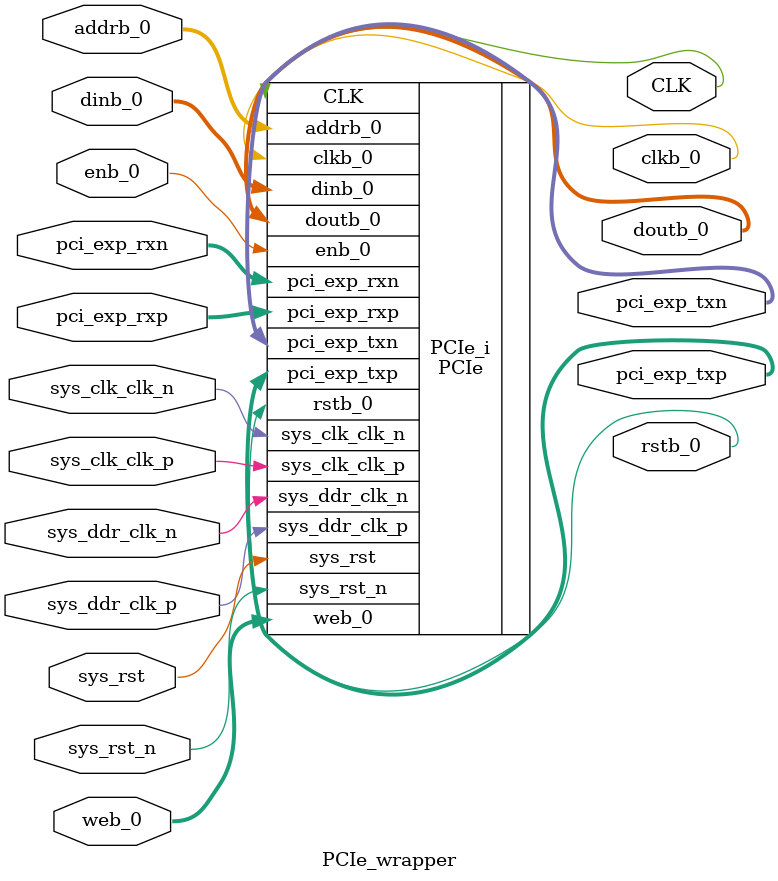
<source format=v>
`timescale 1 ps / 1 ps

module PCIe_wrapper
   (addrb_0,
    clkb_0,
    dinb_0,
    doutb_0,
    enb_0,
    pci_exp_rxn,
    pci_exp_rxp,
    pci_exp_txn,
    pci_exp_txp,
    rstb_0,
    sys_clk_clk_n,
    sys_clk_clk_p,
    sys_ddr_clk_n,
    sys_ddr_clk_p,
    sys_rst,
    sys_rst_n,
    web_0,
    CLK);
  input [31:0]addrb_0;
  output clkb_0;
  input [31:0]dinb_0;
  output [31:0]doutb_0;
  input enb_0;
  input [3:0]pci_exp_rxn;
  input [3:0]pci_exp_rxp;
  output [3:0]pci_exp_txn;
  output [3:0]pci_exp_txp;
  output rstb_0;
  input [0:0]sys_clk_clk_n;
  input [0:0]sys_clk_clk_p;
  input sys_ddr_clk_n;
  input sys_ddr_clk_p;
  input sys_rst;
  input sys_rst_n;
  input [3:0]web_0;
  output CLK;

  wire [31:0]addrb_0;
  wire clkb_0;
  wire [31:0]dinb_0;
  wire [31:0]doutb_0;
  wire enb_0;
  wire [3:0]pci_exp_rxn;
  wire [3:0]pci_exp_rxp;
  wire [3:0]pci_exp_txn;
  wire [3:0]pci_exp_txp;
  wire rstb_0;
  wire [0:0]sys_clk_clk_n;
  wire [0:0]sys_clk_clk_p;
  wire sys_ddr_clk_n;
  wire sys_ddr_clk_p;
  wire sys_rst;
  wire sys_rst_n;
  wire [3:0]web_0;

  PCIe PCIe_i
       (.addrb_0(addrb_0),
        .clkb_0(clkb_0),
        .dinb_0(dinb_0),
        .doutb_0(doutb_0),
        .enb_0(enb_0),
        .pci_exp_rxn(pci_exp_rxn),
        .pci_exp_rxp(pci_exp_rxp),
        .pci_exp_txn(pci_exp_txn),
        .pci_exp_txp(pci_exp_txp),
        .rstb_0(rstb_0),
        .sys_clk_clk_n(sys_clk_clk_n),
        .sys_clk_clk_p(sys_clk_clk_p),
        .sys_ddr_clk_n(sys_ddr_clk_n),
        .sys_ddr_clk_p(sys_ddr_clk_p),
        .sys_rst(sys_rst),
        .sys_rst_n(sys_rst_n),
        .web_0(web_0),
        .CLK(CLK));
endmodule

</source>
